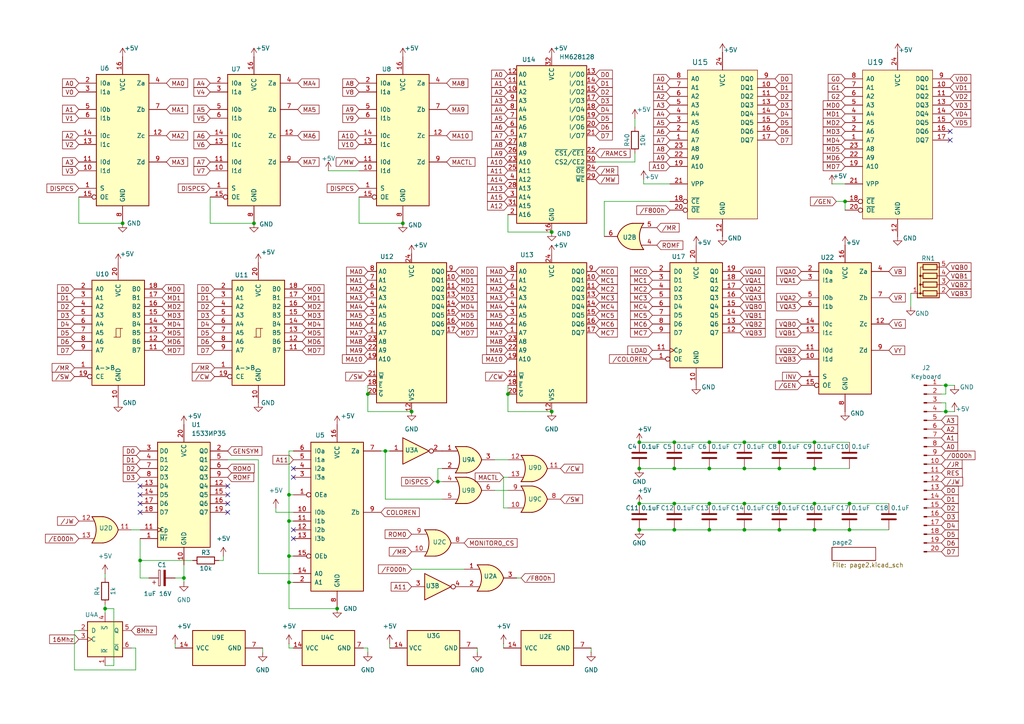
<source format=kicad_sch>
(kicad_sch (version 20231120) (generator "eeschema") (generator_version "8.0")
  (paper "A4")
  (title_block (title "UT88 display board") (date "2025-02-18") (rev "v3.0") (company "Eugene Chertikhin"))
  (junction (at 246.38 153.67))
  (junction (at 185.42 146.05))
  (junction (at 236.22 146.05))
  (junction (at 215.9 153.67))
  (junction (at 205.74 146.05))
  (junction (at 127 139.7))
  (junction (at 226.06 128.27))
  (junction (at 160.02 119.38))
  (junction (at 226.06 146.05))
  (junction (at 160.02 67.31))
  (junction (at 40.64 162.56))
  (junction (at 215.9 135.89))
  (junction (at 83.82 143.51))
  (junction (at 53.34 167.64))
  (junction (at 274.32 119.38))
  (junction (at 195.58 128.27))
  (junction (at 205.74 153.67))
  (junction (at 205.74 135.89))
  (junction (at 83.82 168.91))
  (junction (at 106.68 114.3))
  (junction (at 226.06 135.89))
  (junction (at 83.82 151.13))
  (junction (at 111.76 130.81))
  (junction (at 236.22 153.67))
  (junction (at 245.11 58.42))
  (junction (at 147.32 114.3))
  (junction (at 185.42 135.89))
  (junction (at 274.32 111.76))
  (junction (at 185.42 128.27))
  (junction (at 73.66 64.77))
  (junction (at 215.9 128.27))
  (junction (at 195.58 146.05))
  (junction (at 83.82 161.29))
  (junction (at 35.56 64.77))
  (junction (at 195.58 135.89))
  (junction (at 116.84 64.77))
  (junction (at 205.74 128.27))
  (junction (at 30.48 176.53))
  (junction (at 195.58 153.67))
  (junction (at 226.06 153.67))
  (junction (at 97.79 176.53))
  (junction (at 119.38 119.38))
  (junction (at 215.9 146.05))
  (junction (at 236.22 128.27))
  (junction (at 246.38 146.05))
  (junction (at 185.42 153.67))
  (junction (at 236.22 135.89))
  (no_connect (at 85.09 135.89))
  (no_connect (at 40.64 143.51))
  (no_connect (at 66.04 146.05))
  (no_connect (at 275.59 40.64))
  (no_connect (at 66.04 140.97))
  (no_connect (at 275.59 38.1))
  (no_connect (at 85.09 153.67))
  (no_connect (at 40.64 140.97))
  (no_connect (at 66.04 143.51))
  (no_connect (at 40.64 148.59))
  (no_connect (at 85.09 138.43))
  (no_connect (at 66.04 148.59))
  (no_connect (at 40.64 146.05))
  (no_connect (at 85.09 156.21))
  (wire (pts (xy 30.48 176.53) (xy 30.48 177.8)))
  (wire (pts (xy 50.8 186.69) (xy 50.8 187.96)))
  (wire (pts (xy 185.42 135.89) (xy 195.58 135.89)))
  (wire (pts (xy 147.32 67.31) (xy 160.02 67.31)))
  (wire (pts (xy 246.38 153.67) (xy 257.81 153.67)))
  (wire (pts (xy 245.11 53.34) (xy 241.3 53.34)))
  (wire (pts (xy 128.27 144.78) (xy 111.76 144.78)))
  (wire (pts (xy 60.96 57.15) (xy 60.96 64.77)))
  (wire (pts (xy 106.68 187.96) (xy 106.68 189.23)))
  (wire (pts (xy 143.51 142.24) (xy 147.32 142.24)))
  (wire (pts (xy 215.9 135.89) (xy 226.06 135.89)))
  (wire (pts (xy 83.82 186.69) (xy 83.82 187.96)))
  (wire (pts (xy 119.38 165.1) (xy 134.62 165.1)))
  (wire (pts (xy 226.06 146.05) (xy 236.22 146.05)))
  (wire (pts (xy 226.06 135.89) (xy 236.22 135.89)))
  (wire (pts (xy 110.49 130.81) (xy 111.76 130.81)))
  (wire (pts (xy 40.64 167.64) (xy 43.18 167.64)))
  (wire (pts (xy 146.05 186.69) (xy 146.05 187.96)))
  (wire (pts (xy 236.22 128.27) (xy 246.38 128.27)))
  (wire (pts (xy 83.82 130.81) (xy 83.82 143.51)))
  (wire (pts (xy 273.05 116.84) (xy 274.32 116.84)))
  (wire (pts (xy 138.43 187.96) (xy 138.43 189.23)))
  (wire (pts (xy 22.86 64.77) (xy 35.56 64.77)))
  (wire (pts (xy 147.32 119.38) (xy 160.02 119.38)))
  (wire (pts (xy 194.31 53.34) (xy 186.69 53.34)))
  (wire (pts (xy 273.05 114.3) (xy 274.32 114.3)))
  (wire (pts (xy 128.27 135.89) (xy 127 135.89)))
  (wire (pts (xy 171.45 187.96) (xy 171.45 189.23)))
  (wire (pts (xy 236.22 146.05) (xy 246.38 146.05)))
  (wire (pts (xy 83.82 151.13) (xy 83.82 161.29)))
  (wire (pts (xy 83.82 187.96) (xy 85.09 187.96)))
  (wire (pts (xy 85.09 130.81) (xy 83.82 130.81)))
  (wire (pts (xy 175.26 68.58) (xy 175.26 58.42)))
  (wire (pts (xy 147.32 114.3) (xy 147.32 119.38)))
  (wire (pts (xy 30.48 193.04) (xy 33.02 193.04)))
  (wire (pts (xy 33.02 176.53) (xy 30.48 176.53)))
  (wire (pts (xy 226.06 153.67) (xy 236.22 153.67)))
  (wire (pts (xy 85.09 161.29) (xy 83.82 161.29)))
  (wire (pts (xy 242.57 58.42) (xy 245.11 58.42)))
  (wire (pts (xy 60.96 64.77) (xy 73.66 64.77)))
  (wire (pts (xy 125.73 139.7) (xy 127 139.7)))
  (wire (pts (xy 83.82 168.91) (xy 83.82 176.53)))
  (wire (pts (xy 273.05 119.38) (xy 274.32 119.38)))
  (wire (pts (xy 175.26 58.42) (xy 194.31 58.42)))
  (wire (pts (xy 74.93 166.37) (xy 85.09 166.37)))
  (wire (pts (xy 215.9 153.67) (xy 226.06 153.67)))
  (wire (pts (xy 274.32 114.3) (xy 274.32 111.76)))
  (wire (pts (xy 106.68 111.76) (xy 106.68 114.3)))
  (wire (pts (xy 83.82 168.91) (xy 85.09 168.91)))
  (wire (pts (xy 33.02 193.04) (xy 33.02 176.53)))
  (wire (pts (xy 195.58 128.27) (xy 205.74 128.27)))
  (wire (pts (xy 85.09 143.51) (xy 83.82 143.51)))
  (wire (pts (xy 105.41 187.96) (xy 106.68 187.96)))
  (wire (pts (xy 184.15 34.29) (xy 184.15 36.83)))
  (wire (pts (xy 76.2 187.96) (xy 76.2 189.23)))
  (wire (pts (xy 30.48 175.26) (xy 30.48 176.53)))
  (wire (pts (xy 106.68 114.3) (xy 106.68 119.38)))
  (wire (pts (xy 205.74 128.27) (xy 215.9 128.27)))
  (wire (pts (xy 39.37 187.96) (xy 38.1 187.96)))
  (wire (pts (xy 64.77 162.56) (xy 63.5 162.56)))
  (wire (pts (xy 113.03 186.69) (xy 113.03 187.96)))
  (wire (pts (xy 273.05 111.76) (xy 274.32 111.76)))
  (wire (pts (xy 83.82 176.53) (xy 97.79 176.53)))
  (wire (pts (xy 151.13 167.64) (xy 149.86 167.64)))
  (wire (pts (xy 246.38 146.05) (xy 257.81 146.05)))
  (wire (pts (xy 80.01 148.59) (xy 85.09 148.59)))
  (wire (pts (xy 111.76 130.81) (xy 113.03 130.81)))
  (wire (pts (xy 146.05 147.32) (xy 146.05 138.43)))
  (wire (pts (xy 205.74 146.05) (xy 215.9 146.05)))
  (wire (pts (xy 215.9 146.05) (xy 226.06 146.05)))
  (wire (pts (xy 95.25 49.53) (xy 104.14 49.53)))
  (wire (pts (xy 185.42 153.67) (xy 195.58 153.67)))
  (wire (pts (xy 195.58 135.89) (xy 205.74 135.89)))
  (wire (pts (xy 40.64 162.56) (xy 55.88 162.56)))
  (wire (pts (xy 147.32 147.32) (xy 146.05 147.32)))
  (wire (pts (xy 146.05 138.43) (xy 147.32 138.43)))
  (wire (pts (xy 80.01 147.32) (xy 80.01 148.59)))
  (wire (pts (xy 184.15 44.45) (xy 184.15 46.99)))
  (wire (pts (xy 185.42 128.27) (xy 195.58 128.27)))
  (wire (pts (xy 226.06 128.27) (xy 236.22 128.27)))
  (wire (pts (xy 104.14 57.15) (xy 104.14 64.77)))
  (wire (pts (xy 30.48 166.37) (xy 30.48 167.64)))
  (wire (pts (xy 236.22 135.89) (xy 246.38 135.89)))
  (wire (pts (xy 74.93 133.35) (xy 74.93 166.37)))
  (wire (pts (xy 195.58 146.05) (xy 205.74 146.05)))
  (wire (pts (xy 274.32 111.76) (xy 276.86 111.76)))
  (wire (pts (xy 40.64 167.64) (xy 40.64 162.56)))
  (wire (pts (xy 83.82 161.29) (xy 83.82 168.91)))
  (wire (pts (xy 50.8 167.64) (xy 53.34 167.64)))
  (wire (pts (xy 53.34 163.83) (xy 53.34 167.64)))
  (wire (pts (xy 64.77 161.29) (xy 64.77 162.56)))
  (wire (pts (xy 245.11 58.42) (xy 245.11 60.96)))
  (wire (pts (xy 40.64 156.21) (xy 40.64 162.56)))
  (wire (pts (xy 127 139.7) (xy 128.27 139.7)))
  (wire (pts (xy 147.32 111.76) (xy 147.32 114.3)))
  (wire (pts (xy 172.72 46.99) (xy 184.15 46.99)))
  (wire (pts (xy 185.42 146.05) (xy 195.58 146.05)))
  (wire (pts (xy 215.9 128.27) (xy 226.06 128.27)))
  (wire (pts (xy 38.1 153.67) (xy 40.64 153.67)))
  (wire (pts (xy 66.04 133.35) (xy 74.93 133.35)))
  (wire (pts (xy 21.59 182.88) (xy 21.59 194.31)))
  (wire (pts (xy 147.32 62.23) (xy 147.32 67.31)))
  (wire (pts (xy 205.74 135.89) (xy 215.9 135.89)))
  (wire (pts (xy 104.14 64.77) (xy 116.84 64.77)))
  (wire (pts (xy 236.22 153.67) (xy 246.38 153.67)))
  (wire (pts (xy 106.68 119.38) (xy 119.38 119.38)))
  (wire (pts (xy 111.76 144.78) (xy 111.76 130.81)))
  (wire (pts (xy 274.32 119.38) (xy 276.86 119.38)))
  (wire (pts (xy 127 135.89) (xy 127 139.7)))
  (wire (pts (xy 205.74 153.67) (xy 215.9 153.67)))
  (wire (pts (xy 21.59 194.31) (xy 39.37 194.31)))
  (wire (pts (xy 22.86 57.15) (xy 22.86 64.77)))
  (wire (pts (xy 195.58 153.67) (xy 205.74 153.67)))
  (wire (pts (xy 39.37 194.31) (xy 39.37 187.96)))
  (wire (pts (xy 83.82 143.51) (xy 83.82 151.13)))
  (wire (pts (xy 264.16 85.09) (xy 264.16 88.9)))
  (wire (pts (xy 53.34 167.64) (xy 53.34 168.91)))
  (wire (pts (xy 143.51 133.35) (xy 147.32 133.35)))
  (wire (pts (xy 186.69 53.34) (xy 186.69 52.07)))
  (wire (pts (xy 274.32 116.84) (xy 274.32 119.38)))
  (wire (pts (xy 22.86 182.88) (xy 21.59 182.88)))
  (wire (pts (xy 85.09 151.13) (xy 83.82 151.13)))
  (global_label "MD3" (shape input) (at 46.99 91.44 0) (property "Intersheetrefs" "${INTERSHEET_REFS}" (effects (hide yes))))
  (global_label "D2" (shape input) (at 62.23 88.9 180) (property "Intersheetrefs" "${INTERSHEET_REFS}" (effects (hide yes))))
  (global_label "MA2" (shape input) (at 106.68 83.82 180) (property "Intersheetrefs" "${INTERSHEET_REFS}" (effects (hide yes))))
  (global_label "{slash}JW" (shape input) (at 273.05 139.7 0) (property "Intersheetrefs" "${INTERSHEET_REFS}" (effects (hide yes))))
  (global_label "MD1" (shape input) (at 245.11 33.02 180) (property "Intersheetrefs" "${INTERSHEET_REFS}" (effects (hide yes))))
  (global_label "A11" (shape input) (at 85.09 133.35 180) (property "Intersheetrefs" "${INTERSHEET_REFS}" (effects (hide yes))))
  (global_label "{slash}SW" (shape input) (at 21.59 109.22 180) (property "Intersheetrefs" "${INTERSHEET_REFS}" (effects (hide yes))))
  (global_label "MA10" (shape input) (at 106.68 104.14 180) (property "Intersheetrefs" "${INTERSHEET_REFS}" (effects (hide yes))))
  (global_label "VQB0" (shape input) (at 232.41 93.98 180) (property "Intersheetrefs" "${INTERSHEET_REFS}" (effects (hide yes))))
  (global_label "MC1" (shape input) (at 172.72 81.28 0) (property "Intersheetrefs" "${INTERSHEET_REFS}" (effects (hide yes))))
  (global_label "V10" (shape input) (at 104.14 41.91 180) (property "Intersheetrefs" "${INTERSHEET_REFS}" (effects (hide yes))))
  (global_label "MD5" (shape input) (at 46.99 96.52 0) (property "Intersheetrefs" "${INTERSHEET_REFS}" (effects (hide yes))))
  (global_label "MC2" (shape input) (at 189.23 83.82 180) (property "Intersheetrefs" "${INTERSHEET_REFS}" (effects (hide yes))))
  (global_label "A11" (shape input) (at 119.38 170.18 180) (property "Intersheetrefs" "${INTERSHEET_REFS}" (effects (hide yes))))
  (global_label "MA0" (shape input) (at 147.32 78.74 180) (property "Intersheetrefs" "${INTERSHEET_REFS}" (effects (hide yes))))
  (global_label "A12" (shape input) (at 147.32 59.69 180) (property "Intersheetrefs" "${INTERSHEET_REFS}" (effects (hide yes))))
  (global_label "{slash}CW" (shape input) (at 62.23 109.22 180) (property "Intersheetrefs" "${INTERSHEET_REFS}" (effects (hide yes))))
  (global_label "MD2" (shape input) (at 132.08 83.82 0) (property "Intersheetrefs" "${INTERSHEET_REFS}" (effects (hide yes))))
  (global_label "D1" (shape input) (at 40.64 133.35 180) (property "Intersheetrefs" "${INTERSHEET_REFS}" (effects (hide yes))))
  (global_label "D2" (shape input) (at 172.72 26.67 0) (property "Intersheetrefs" "${INTERSHEET_REFS}" (effects (hide yes))))
  (global_label "MACTL" (shape input) (at 129.54 46.99 0) (property "Intersheetrefs" "${INTERSHEET_REFS}" (effects (hide yes))))
  (global_label "VD0" (shape input) (at 275.59 22.86 0) (property "Intersheetrefs" "${INTERSHEET_REFS}" (effects (hide yes))))
  (global_label "{slash}MR" (shape input) (at 119.38 160.02 180) (property "Intersheetrefs" "${INTERSHEET_REFS}" (effects (hide yes))))
  (global_label "D5" (shape input) (at 21.59 96.52 180) (property "Intersheetrefs" "${INTERSHEET_REFS}" (effects (hide yes))))
  (global_label "{slash}CW" (shape input) (at 147.32 109.22 180) (property "Intersheetrefs" "${INTERSHEET_REFS}" (effects (hide yes))))
  (global_label "D3" (shape input) (at 62.23 91.44 180) (property "Intersheetrefs" "${INTERSHEET_REFS}" (effects (hide yes))))
  (global_label "A9" (shape input) (at 194.31 45.72 180) (property "Intersheetrefs" "${INTERSHEET_REFS}" (effects (hide yes))))
  (global_label "MC6" (shape input) (at 172.72 93.98 0) (property "Intersheetrefs" "${INTERSHEET_REFS}" (effects (hide yes))))
  (global_label "MA6" (shape input) (at 147.32 93.98 180) (property "Intersheetrefs" "${INTERSHEET_REFS}" (effects (hide yes))))
  (global_label "MA1" (shape input) (at 48.26 31.75 0) (property "Intersheetrefs" "${INTERSHEET_REFS}" (effects (hide yes))))
  (global_label "VG" (shape input) (at 257.81 93.98 0) (property "Intersheetrefs" "${INTERSHEET_REFS}" (effects (hide yes))))
  (global_label "D7" (shape input) (at 172.72 39.37 0) (property "Intersheetrefs" "${INTERSHEET_REFS}" (effects (hide yes))))
  (global_label "D3" (shape input) (at 40.64 138.43 180) (property "Intersheetrefs" "${INTERSHEET_REFS}" (effects (hide yes))))
  (global_label "VQA3" (shape input) (at 214.63 86.36 0) (property "Intersheetrefs" "${INTERSHEET_REFS}" (effects (hide yes))))
  (global_label "V3" (shape input) (at 22.86 49.53 180) (property "Intersheetrefs" "${INTERSHEET_REFS}" (effects (hide yes))))
  (global_label "A15" (shape input) (at 147.32 57.15 180) (property "Intersheetrefs" "${INTERSHEET_REFS}" (effects (hide yes))))
  (global_label "D5" (shape input) (at 172.72 34.29 0) (property "Intersheetrefs" "${INTERSHEET_REFS}" (effects (hide yes))))
  (global_label "VQB3" (shape input) (at 274.32 85.09 0) (property "Intersheetrefs" "${INTERSHEET_REFS}" (effects (hide yes))))
  (global_label "MD5" (shape input) (at 87.63 96.52 0) (property "Intersheetrefs" "${INTERSHEET_REFS}" (effects (hide yes))))
  (global_label "{slash}MR" (shape input) (at 190.5 66.04 0) (property "Intersheetrefs" "${INTERSHEET_REFS}" (effects (hide yes))))
  (global_label "A2" (shape input) (at 194.31 27.94 180) (property "Intersheetrefs" "${INTERSHEET_REFS}" (effects (hide yes))))
  (global_label "MA7" (shape input) (at 86.36 46.99 0) (property "Intersheetrefs" "${INTERSHEET_REFS}" (effects (hide yes))))
  (global_label "A7" (shape input) (at 194.31 40.64 180) (property "Intersheetrefs" "${INTERSHEET_REFS}" (effects (hide yes))))
  (global_label "VQB1" (shape input) (at 214.63 91.44 0) (property "Intersheetrefs" "${INTERSHEET_REFS}" (effects (hide yes))))
  (global_label "A9" (shape input) (at 104.14 31.75 180) (property "Intersheetrefs" "${INTERSHEET_REFS}" (effects (hide yes))))
  (global_label "MA4" (shape input) (at 147.32 88.9 180) (property "Intersheetrefs" "${INTERSHEET_REFS}" (effects (hide yes))))
  (global_label "VQA1" (shape input) (at 214.63 81.28 0) (property "Intersheetrefs" "${INTERSHEET_REFS}" (effects (hide yes))))
  (global_label "A3" (shape input) (at 194.31 30.48 180) (property "Intersheetrefs" "${INTERSHEET_REFS}" (effects (hide yes))))
  (global_label "A11" (shape input) (at 147.32 49.53 180) (property "Intersheetrefs" "${INTERSHEET_REFS}" (effects (hide yes))))
  (global_label "A2" (shape input) (at 22.86 39.37 180) (property "Intersheetrefs" "${INTERSHEET_REFS}" (effects (hide yes))))
  (global_label "A5" (shape input) (at 147.32 34.29 180) (property "Intersheetrefs" "${INTERSHEET_REFS}" (effects (hide yes))))
  (global_label "VQB1" (shape input) (at 232.41 96.52 180) (property "Intersheetrefs" "${INTERSHEET_REFS}" (effects (hide yes))))
  (global_label "V6" (shape input) (at 60.96 41.91 180) (property "Intersheetrefs" "${INTERSHEET_REFS}" (effects (hide yes))))
  (global_label "VD2" (shape input) (at 275.59 27.94 0) (property "Intersheetrefs" "${INTERSHEET_REFS}" (effects (hide yes))))
  (global_label "A6" (shape input) (at 194.31 38.1 180) (property "Intersheetrefs" "${INTERSHEET_REFS}" (effects (hide yes))))
  (global_label "MA5" (shape input) (at 106.68 91.44 180) (property "Intersheetrefs" "${INTERSHEET_REFS}" (effects (hide yes))))
  (global_label "D1" (shape input) (at 172.72 24.13 0) (property "Intersheetrefs" "${INTERSHEET_REFS}" (effects (hide yes))))
  (global_label "VD3" (shape input) (at 275.59 30.48 0) (property "Intersheetrefs" "${INTERSHEET_REFS}" (effects (hide yes))))
  (global_label "D2" (shape input) (at 21.59 88.9 180) (property "Intersheetrefs" "${INTERSHEET_REFS}" (effects (hide yes))))
  (global_label "A3" (shape input) (at 147.32 29.21 180) (property "Intersheetrefs" "${INTERSHEET_REFS}" (effects (hide yes))))
  (global_label "MC3" (shape input) (at 172.72 86.36 0) (property "Intersheetrefs" "${INTERSHEET_REFS}" (effects (hide yes))))
  (global_label "MA6" (shape input) (at 106.68 93.98 180) (property "Intersheetrefs" "${INTERSHEET_REFS}" (effects (hide yes))))
  (global_label "VD5" (shape input) (at 275.59 35.56 0) (property "Intersheetrefs" "${INTERSHEET_REFS}" (effects (hide yes))))
  (global_label "V2" (shape input) (at 22.86 41.91 180) (property "Intersheetrefs" "${INTERSHEET_REFS}" (effects (hide yes))))
  (global_label "MD0" (shape input) (at 245.11 30.48 180) (property "Intersheetrefs" "${INTERSHEET_REFS}" (effects (hide yes))))
  (global_label "{slash}SW" (shape input) (at 162.56 144.78 0) (property "Intersheetrefs" "${INTERSHEET_REFS}" (effects (hide yes))))
  (global_label "MD2" (shape input) (at 87.63 88.9 0) (property "Intersheetrefs" "${INTERSHEET_REFS}" (effects (hide yes))))
  (global_label "D1" (shape input) (at 273.05 144.78 0) (property "Intersheetrefs" "${INTERSHEET_REFS}" (effects (hide yes))))
  (global_label "A6" (shape input) (at 147.32 36.83 180) (property "Intersheetrefs" "${INTERSHEET_REFS}" (effects (hide yes))))
  (global_label "MD6" (shape input) (at 87.63 99.06 0) (property "Intersheetrefs" "${INTERSHEET_REFS}" (effects (hide yes))))
  (global_label "MA4" (shape input) (at 86.36 24.13 0) (property "Intersheetrefs" "${INTERSHEET_REFS}" (effects (hide yes))))
  (global_label "A10" (shape input) (at 194.31 48.26 180) (property "Intersheetrefs" "${INTERSHEET_REFS}" (effects (hide yes))))
  (global_label "{slash}COLOREN" (shape input) (at 189.23 104.14 180) (property "Intersheetrefs" "${INTERSHEET_REFS}" (effects (hide yes))))
  (global_label "{slash}F800h" (shape input) (at 151.13 167.64 0) (property "Intersheetrefs" "${INTERSHEET_REFS}" (effects (hide yes))))
  (global_label "D6" (shape input) (at 273.05 157.48 0) (property "Intersheetrefs" "${INTERSHEET_REFS}" (effects (hide yes))))
  (global_label "VR" (shape input) (at 257.81 86.36 0) (property "Intersheetrefs" "${INTERSHEET_REFS}" (effects (hide yes))))
  (global_label "D5" (shape input) (at 224.79 35.56 0) (property "Intersheetrefs" "${INTERSHEET_REFS}" (effects (hide yes))))
  (global_label "MD5" (shape input) (at 132.08 91.44 0) (property "Intersheetrefs" "${INTERSHEET_REFS}" (effects (hide yes))))
  (global_label "MA3" (shape input) (at 147.32 86.36 180) (property "Intersheetrefs" "${INTERSHEET_REFS}" (effects (hide yes))))
  (global_label "MD3" (shape input) (at 132.08 86.36 0) (property "Intersheetrefs" "${INTERSHEET_REFS}" (effects (hide yes))))
  (global_label "A7" (shape input) (at 147.32 39.37 180) (property "Intersheetrefs" "${INTERSHEET_REFS}" (effects (hide yes))))
  (global_label "ROM0" (shape input) (at 66.04 135.89 0) (property "Intersheetrefs" "${INTERSHEET_REFS}" (effects (hide yes))))
  (global_label "ROMF" (shape input) (at 66.04 138.43 0) (property "Intersheetrefs" "${INTERSHEET_REFS}" (effects (hide yes))))
  (global_label "D4" (shape input) (at 224.79 33.02 0) (property "Intersheetrefs" "${INTERSHEET_REFS}" (effects (hide yes))))
  (global_label "MACTL" (shape input) (at 146.05 138.43 180) (property "Intersheetrefs" "${INTERSHEET_REFS}" (effects (hide yes))))
  (global_label "A3" (shape input) (at 273.05 121.92 0) (property "Intersheetrefs" "${INTERSHEET_REFS}" (effects (hide yes))))
  (global_label "MA2" (shape input) (at 147.32 83.82 180) (property "Intersheetrefs" "${INTERSHEET_REFS}" (effects (hide yes))))
  (global_label "VD4" (shape input) (at 275.59 33.02 0) (property "Intersheetrefs" "${INTERSHEET_REFS}" (effects (hide yes))))
  (global_label "MD2" (shape input) (at 46.99 88.9 0) (property "Intersheetrefs" "${INTERSHEET_REFS}" (effects (hide yes))))
  (global_label "V1" (shape input) (at 22.86 34.29 180) (property "Intersheetrefs" "${INTERSHEET_REFS}" (effects (hide yes))))
  (global_label "MD0" (shape input) (at 46.99 83.82 0) (property "Intersheetrefs" "${INTERSHEET_REFS}" (effects (hide yes))))
  (global_label "MD7" (shape input) (at 46.99 101.6 0) (property "Intersheetrefs" "${INTERSHEET_REFS}" (effects (hide yes))))
  (global_label "V4" (shape input) (at 60.96 26.67 180) (property "Intersheetrefs" "${INTERSHEET_REFS}" (effects (hide yes))))
  (global_label "{slash}GEN" (shape input) (at 242.57 58.42 180) (property "Intersheetrefs" "${INTERSHEET_REFS}" (effects (hide yes))))
  (global_label "MA3" (shape input) (at 106.68 86.36 180) (property "Intersheetrefs" "${INTERSHEET_REFS}" (effects (hide yes))))
  (global_label "{slash}MR" (shape input) (at 62.23 106.68 180) (property "Intersheetrefs" "${INTERSHEET_REFS}" (effects (hide yes))))
  (global_label "A14" (shape input) (at 147.32 52.07 180) (property "Intersheetrefs" "${INTERSHEET_REFS}" (effects (hide yes))))
  (global_label "ROM0" (shape input) (at 119.38 154.94 180) (property "Intersheetrefs" "${INTERSHEET_REFS}" (effects (hide yes))))
  (global_label "{slash}MR" (shape input) (at 21.59 106.68 180) (property "Intersheetrefs" "${INTERSHEET_REFS}" (effects (hide yes))))
  (global_label "VQA2" (shape input) (at 232.41 86.36 180) (property "Intersheetrefs" "${INTERSHEET_REFS}" (effects (hide yes))))
  (global_label "MC5" (shape input) (at 172.72 91.44 0) (property "Intersheetrefs" "${INTERSHEET_REFS}" (effects (hide yes))))
  (global_label "G1" (shape input) (at 245.11 25.4 180) (property "Intersheetrefs" "${INTERSHEET_REFS}" (effects (hide yes))))
  (global_label "{slash}SW" (shape input) (at 106.68 109.22 180) (property "Intersheetrefs" "${INTERSHEET_REFS}" (effects (hide yes))))
  (global_label "8Mhz" (shape input) (at 38.1 182.88 0) (property "Intersheetrefs" "${INTERSHEET_REFS}" (effects (hide yes))))
  (global_label "{slash}F800h" (shape input) (at 194.31 60.96 180) (property "Intersheetrefs" "${INTERSHEET_REFS}" (effects (hide yes))))
  (global_label "A10" (shape input) (at 104.14 39.37 180) (property "Intersheetrefs" "${INTERSHEET_REFS}" (effects (hide yes))))
  (global_label "G2" (shape input) (at 245.11 27.94 180) (property "Intersheetrefs" "${INTERSHEET_REFS}" (effects (hide yes))))
  (global_label "MA1" (shape input) (at 147.32 81.28 180) (property "Intersheetrefs" "${INTERSHEET_REFS}" (effects (hide yes))))
  (global_label "MD1" (shape input) (at 87.63 86.36 0) (property "Intersheetrefs" "${INTERSHEET_REFS}" (effects (hide yes))))
  (global_label "D2" (shape input) (at 40.64 135.89 180) (property "Intersheetrefs" "${INTERSHEET_REFS}" (effects (hide yes))))
  (global_label "G0" (shape input) (at 245.11 22.86 180) (property "Intersheetrefs" "${INTERSHEET_REFS}" (effects (hide yes))))
  (global_label "VQB2" (shape input) (at 274.32 82.55 0) (property "Intersheetrefs" "${INTERSHEET_REFS}" (effects (hide yes))))
  (global_label "GENSYM" (shape input) (at 66.04 130.81 0) (property "Intersheetrefs" "${INTERSHEET_REFS}" (effects (hide yes))))
  (global_label "A7" (shape input) (at 60.96 46.99 180) (property "Intersheetrefs" "${INTERSHEET_REFS}" (effects (hide yes))))
  (global_label "A9" (shape input) (at 147.32 44.45 180) (property "Intersheetrefs" "${INTERSHEET_REFS}" (effects (hide yes))))
  (global_label "MA4" (shape input) (at 106.68 88.9 180) (property "Intersheetrefs" "${INTERSHEET_REFS}" (effects (hide yes))))
  (global_label "MC4" (shape input) (at 172.72 88.9 0) (property "Intersheetrefs" "${INTERSHEET_REFS}" (effects (hide yes))))
  (global_label "VQB0" (shape input) (at 214.63 88.9 0) (property "Intersheetrefs" "${INTERSHEET_REFS}" (effects (hide yes))))
  (global_label "VQA0" (shape input) (at 214.63 78.74 0) (property "Intersheetrefs" "${INTERSHEET_REFS}" (effects (hide yes))))
  (global_label "MD1" (shape input) (at 46.99 86.36 0) (property "Intersheetrefs" "${INTERSHEET_REFS}" (effects (hide yes))))
  (global_label "DISPCS" (shape input) (at 22.86 54.61 180) (property "Intersheetrefs" "${INTERSHEET_REFS}" (effects (hide yes))))
  (global_label "LOAD" (shape input) (at 189.23 101.6 180) (property "Intersheetrefs" "${INTERSHEET_REFS}" (effects (hide yes))))
  (global_label "A1" (shape input) (at 22.86 31.75 180) (property "Intersheetrefs" "${INTERSHEET_REFS}" (effects (hide yes))))
  (global_label "VQB3" (shape input) (at 214.63 96.52 0) (property "Intersheetrefs" "${INTERSHEET_REFS}" (effects (hide yes))))
  (global_label "A5" (shape input) (at 194.31 35.56 180) (property "Intersheetrefs" "${INTERSHEET_REFS}" (effects (hide yes))))
  (global_label "A5" (shape input) (at 60.96 31.75 180) (property "Intersheetrefs" "${INTERSHEET_REFS}" (effects (hide yes))))
  (global_label "MD7" (shape input) (at 132.08 96.52 0) (property "Intersheetrefs" "${INTERSHEET_REFS}" (effects (hide yes))))
  (global_label "MD4" (shape input) (at 132.08 88.9 0) (property "Intersheetrefs" "${INTERSHEET_REFS}" (effects (hide yes))))
  (global_label "MD7" (shape input) (at 87.63 101.6 0) (property "Intersheetrefs" "${INTERSHEET_REFS}" (effects (hide yes))))
  (global_label "VB" (shape input) (at 257.81 78.74 0) (property "Intersheetrefs" "${INTERSHEET_REFS}" (effects (hide yes))))
  (global_label "A13" (shape input) (at 147.32 54.61 180) (property "Intersheetrefs" "${INTERSHEET_REFS}" (effects (hide yes))))
  (global_label "MA8" (shape input) (at 147.32 99.06 180) (property "Intersheetrefs" "${INTERSHEET_REFS}" (effects (hide yes))))
  (global_label "MC7" (shape input) (at 189.23 96.52 180) (property "Intersheetrefs" "${INTERSHEET_REFS}" (effects (hide yes))))
  (global_label "D6" (shape input) (at 224.79 38.1 0) (property "Intersheetrefs" "${INTERSHEET_REFS}" (effects (hide yes))))
  (global_label "VQA2" (shape input) (at 214.63 83.82 0) (property "Intersheetrefs" "${INTERSHEET_REFS}" (effects (hide yes))))
  (global_label "MD5" (shape input) (at 245.11 43.18 180) (property "Intersheetrefs" "${INTERSHEET_REFS}" (effects (hide yes))))
  (global_label "A2" (shape input) (at 273.05 124.46 0) (property "Intersheetrefs" "${INTERSHEET_REFS}" (effects (hide yes))))
  (global_label "D7" (shape input) (at 21.59 101.6 180) (property "Intersheetrefs" "${INTERSHEET_REFS}" (effects (hide yes))))
  (global_label "MA6" (shape input) (at 86.36 39.37 0) (property "Intersheetrefs" "${INTERSHEET_REFS}" (effects (hide yes))))
  (global_label "D7" (shape input) (at 224.79 40.64 0) (property "Intersheetrefs" "${INTERSHEET_REFS}" (effects (hide yes))))
  (global_label "D5" (shape input) (at 62.23 96.52 180) (property "Intersheetrefs" "${INTERSHEET_REFS}" (effects (hide yes))))
  (global_label "MA9" (shape input) (at 106.68 101.6 180) (property "Intersheetrefs" "${INTERSHEET_REFS}" (effects (hide yes))))
  (global_label "V5" (shape input) (at 60.96 34.29 180) (property "Intersheetrefs" "${INTERSHEET_REFS}" (effects (hide yes))))
  (global_label "MC0" (shape input) (at 172.72 78.74 0) (property "Intersheetrefs" "${INTERSHEET_REFS}" (effects (hide yes))))
  (global_label "MC1" (shape input) (at 189.23 81.28 180) (property "Intersheetrefs" "${INTERSHEET_REFS}" (effects (hide yes))))
  (global_label "MD4" (shape input) (at 87.63 93.98 0) (property "Intersheetrefs" "${INTERSHEET_REFS}" (effects (hide yes))))
  (global_label "A0" (shape input) (at 273.05 129.54 0) (property "Intersheetrefs" "${INTERSHEET_REFS}" (effects (hide yes))))
  (global_label "MD6" (shape input) (at 132.08 93.98 0) (property "Intersheetrefs" "${INTERSHEET_REFS}" (effects (hide yes))))
  (global_label "{slash}MW" (shape input) (at 104.14 46.99 180) (property "Intersheetrefs" "${INTERSHEET_REFS}" (effects (hide yes))))
  (global_label "D7" (shape input) (at 273.05 160.02 0) (property "Intersheetrefs" "${INTERSHEET_REFS}" (effects (hide yes))))
  (global_label "{slash}CW" (shape input) (at 162.56 135.89 0) (property "Intersheetrefs" "${INTERSHEET_REFS}" (effects (hide yes))))
  (global_label "MD0" (shape input) (at 87.63 83.82 0) (property "Intersheetrefs" "${INTERSHEET_REFS}" (effects (hide yes))))
  (global_label "COLOREN" (shape input) (at 110.49 148.59 0) (property "Intersheetrefs" "${INTERSHEET_REFS}" (effects (hide yes))))
  (global_label "{slash}JW" (shape input) (at 22.86 151.13 180) (property "Intersheetrefs" "${INTERSHEET_REFS}" (effects (hide yes))))
  (global_label "A0" (shape input) (at 194.31 22.86 180) (property "Intersheetrefs" "${INTERSHEET_REFS}" (effects (hide yes))))
  (global_label "D2" (shape input) (at 273.05 147.32 0) (property "Intersheetrefs" "${INTERSHEET_REFS}" (effects (hide yes))))
  (global_label "MA7" (shape input) (at 106.68 96.52 180) (property "Intersheetrefs" "${INTERSHEET_REFS}" (effects (hide yes))))
  (global_label "A0" (shape input) (at 147.32 21.59 180) (property "Intersheetrefs" "${INTERSHEET_REFS}" (effects (hide yes))))
  (global_label "MC3" (shape input) (at 189.23 86.36 180) (property "Intersheetrefs" "${INTERSHEET_REFS}" (effects (hide yes))))
  (global_label "A1" (shape input) (at 147.32 24.13 180) (property "Intersheetrefs" "${INTERSHEET_REFS}" (effects (hide yes))))
  (global_label "MC0" (shape input) (at 189.23 78.74 180) (property "Intersheetrefs" "${INTERSHEET_REFS}" (effects (hide yes))))
  (global_label "A6" (shape input) (at 60.96 39.37 180) (property "Intersheetrefs" "${INTERSHEET_REFS}" (effects (hide yes))))
  (global_label "D3" (shape input) (at 172.72 29.21 0) (property "Intersheetrefs" "${INTERSHEET_REFS}" (effects (hide yes))))
  (global_label "{slash}MW" (shape input) (at 172.72 52.07 0) (property "Intersheetrefs" "${INTERSHEET_REFS}" (effects (hide yes))))
  (global_label "A3" (shape input) (at 22.86 46.99 180) (property "Intersheetrefs" "${INTERSHEET_REFS}" (effects (hide yes))))
  (global_label "A4" (shape input) (at 147.32 31.75 180) (property "Intersheetrefs" "${INTERSHEET_REFS}" (effects (hide yes))))
  (global_label "D4" (shape input) (at 273.05 152.4 0) (property "Intersheetrefs" "${INTERSHEET_REFS}" (effects (hide yes))))
  (global_label "MD4" (shape input) (at 46.99 93.98 0) (property "Intersheetrefs" "${INTERSHEET_REFS}" (effects (hide yes))))
  (global_label "MA9" (shape input) (at 129.54 31.75 0) (property "Intersheetrefs" "${INTERSHEET_REFS}" (effects (hide yes))))
  (global_label "VQB2" (shape input) (at 214.63 93.98 0) (property "Intersheetrefs" "${INTERSHEET_REFS}" (effects (hide yes))))
  (global_label "MA5" (shape input) (at 147.32 91.44 180) (property "Intersheetrefs" "${INTERSHEET_REFS}" (effects (hide yes))))
  (global_label "A10" (shape input) (at 147.32 46.99 180) (property "Intersheetrefs" "${INTERSHEET_REFS}" (effects (hide yes))))
  (global_label "D6" (shape input) (at 21.59 99.06 180) (property "Intersheetrefs" "${INTERSHEET_REFS}" (effects (hide yes))))
  (global_label "D0" (shape input) (at 273.05 142.24 0) (property "Intersheetrefs" "${INTERSHEET_REFS}" (effects (hide yes))))
  (global_label "A1" (shape input) (at 194.31 25.4 180) (property "Intersheetrefs" "${INTERSHEET_REFS}" (effects (hide yes))))
  (global_label "VQB2" (shape input) (at 232.41 101.6 180) (property "Intersheetrefs" "${INTERSHEET_REFS}" (effects (hide yes))))
  (global_label "ROMF" (shape input) (at 190.5 71.12 0) (property "Intersheetrefs" "${INTERSHEET_REFS}" (effects (hide yes))))
  (global_label "A8" (shape input) (at 194.31 43.18 180) (property "Intersheetrefs" "${INTERSHEET_REFS}" (effects (hide yes))))
  (global_label "MA0" (shape input) (at 106.68 78.74 180) (property "Intersheetrefs" "${INTERSHEET_REFS}" (effects (hide yes))))
  (global_label "VQA0" (shape input) (at 232.41 78.74 180) (property "Intersheetrefs" "${INTERSHEET_REFS}" (effects (hide yes))))
  (global_label "MA10" (shape input) (at 147.32 104.14 180) (property "Intersheetrefs" "${INTERSHEET_REFS}" (effects (hide yes))))
  (global_label "VQB1" (shape input) (at 274.32 80.01 0) (property "Intersheetrefs" "${INTERSHEET_REFS}" (effects (hide yes))))
  (global_label "A8" (shape input) (at 104.14 24.13 180) (property "Intersheetrefs" "${INTERSHEET_REFS}" (effects (hide yes))))
  (global_label "D0" (shape input) (at 62.23 83.82 180) (property "Intersheetrefs" "${INTERSHEET_REFS}" (effects (hide yes))))
  (global_label "MD2" (shape input) (at 245.11 35.56 180) (property "Intersheetrefs" "${INTERSHEET_REFS}" (effects (hide yes))))
  (global_label "D1" (shape input) (at 224.79 25.4 0) (property "Intersheetrefs" "${INTERSHEET_REFS}" (effects (hide yes))))
  (global_label "{slash}0000h" (shape input) (at 273.05 132.08 0) (property "Intersheetrefs" "${INTERSHEET_REFS}" (effects (hide yes))))
  (global_label "D5" (shape input) (at 273.05 154.94 0) (property "Intersheetrefs" "${INTERSHEET_REFS}" (effects (hide yes))))
  (global_label "MA1" (shape input) (at 106.68 81.28 180) (property "Intersheetrefs" "${INTERSHEET_REFS}" (effects (hide yes))))
  (global_label "D2" (shape input) (at 224.79 27.94 0) (property "Intersheetrefs" "${INTERSHEET_REFS}" (effects (hide yes))))
  (global_label "V0" (shape input) (at 22.86 26.67 180) (property "Intersheetrefs" "${INTERSHEET_REFS}" (effects (hide yes))))
  (global_label "MD1" (shape input) (at 132.08 81.28 0) (property "Intersheetrefs" "${INTERSHEET_REFS}" (effects (hide yes))))
  (global_label "MA0" (shape input) (at 48.26 24.13 0) (property "Intersheetrefs" "${INTERSHEET_REFS}" (effects (hide yes))))
  (global_label "V8" (shape input) (at 104.14 26.67 180) (property "Intersheetrefs" "${INTERSHEET_REFS}" (effects (hide yes))))
  (global_label "D3" (shape input) (at 224.79 30.48 0) (property "Intersheetrefs" "${INTERSHEET_REFS}" (effects (hide yes))))
  (global_label "{slash}RAMCS" (shape input) (at 172.72 44.45 0) (property "Intersheetrefs" "${INTERSHEET_REFS}" (effects (hide yes))))
  (global_label "D4" (shape input) (at 21.59 93.98 180) (property "Intersheetrefs" "${INTERSHEET_REFS}" (effects (hide yes))))
  (global_label "{slash}JR" (shape input) (at 273.05 134.62 0) (property "Intersheetrefs" "${INTERSHEET_REFS}" (effects (hide yes))))
  (global_label "MA10" (shape input) (at 129.54 39.37 0) (property "Intersheetrefs" "${INTERSHEET_REFS}" (effects (hide yes))))
  (global_label "MA9" (shape input) (at 147.32 101.6 180) (property "Intersheetrefs" "${INTERSHEET_REFS}" (effects (hide yes))))
  (global_label "D4" (shape input) (at 62.23 93.98 180) (property "Intersheetrefs" "${INTERSHEET_REFS}" (effects (hide yes))))
  (global_label "D0" (shape input) (at 40.64 130.81 180) (property "Intersheetrefs" "${INTERSHEET_REFS}" (effects (hide yes))))
  (global_label "V7" (shape input) (at 60.96 49.53 180) (property "Intersheetrefs" "${INTERSHEET_REFS}" (effects (hide yes))))
  (global_label "MD6" (shape input) (at 46.99 99.06 0) (property "Intersheetrefs" "${INTERSHEET_REFS}" (effects (hide yes))))
  (global_label "16Mhz" (shape input) (at 22.86 185.42 180) (property "Intersheetrefs" "${INTERSHEET_REFS}" (effects (hide yes))))
  (global_label "RES" (shape input) (at 273.05 137.16 0) (property "Intersheetrefs" "${INTERSHEET_REFS}" (effects (hide yes))))
  (global_label "DISPCS" (shape input) (at 125.73 139.7 180) (property "Intersheetrefs" "${INTERSHEET_REFS}" (effects (hide yes))))
  (global_label "A4" (shape input) (at 194.31 33.02 180) (property "Intersheetrefs" "${INTERSHEET_REFS}" (effects (hide yes))))
  (global_label "{slash}E000h" (shape input) (at 22.86 156.21 180) (property "Intersheetrefs" "${INTERSHEET_REFS}" (effects (hide yes))))
  (global_label "VQB3" (shape input) (at 232.41 104.14 180) (property "Intersheetrefs" "${INTERSHEET_REFS}" (effects (hide yes))))
  (global_label "MD3" (shape input) (at 245.11 38.1 180) (property "Intersheetrefs" "${INTERSHEET_REFS}" (effects (hide yes))))
  (global_label "VQA1" (shape input) (at 232.41 81.28 180) (property "Intersheetrefs" "${INTERSHEET_REFS}" (effects (hide yes))))
  (global_label "MC2" (shape input) (at 172.72 83.82 0) (property "Intersheetrefs" "${INTERSHEET_REFS}" (effects (hide yes))))
  (global_label "INV" (shape input) (at 232.41 109.22 180) (property "Intersheetrefs" "${INTERSHEET_REFS}" (effects (hide yes))))
  (global_label "MC5" (shape input) (at 189.23 91.44 180) (property "Intersheetrefs" "${INTERSHEET_REFS}" (effects (hide yes))))
  (global_label "MC7" (shape input) (at 172.72 96.52 0) (property "Intersheetrefs" "${INTERSHEET_REFS}" (effects (hide yes))))
  (global_label "MA8" (shape input) (at 106.68 99.06 180) (property "Intersheetrefs" "${INTERSHEET_REFS}" (effects (hide yes))))
  (global_label "MD6" (shape input) (at 245.11 45.72 180) (property "Intersheetrefs" "${INTERSHEET_REFS}" (effects (hide yes))))
  (global_label "DISPCS" (shape input) (at 104.14 54.61 180) (property "Intersheetrefs" "${INTERSHEET_REFS}" (effects (hide yes))))
  (global_label "{slash}GEN" (shape input) (at 232.41 111.76 180) (property "Intersheetrefs" "${INTERSHEET_REFS}" (effects (hide yes))))
  (global_label "A0" (shape input) (at 22.86 24.13 180) (property "Intersheetrefs" "${INTERSHEET_REFS}" (effects (hide yes))))
  (global_label "MD3" (shape input) (at 87.63 91.44 0) (property "Intersheetrefs" "${INTERSHEET_REFS}" (effects (hide yes))))
  (global_label "A1" (shape input) (at 273.05 127 0) (property "Intersheetrefs" "${INTERSHEET_REFS}" (effects (hide yes))))
  (global_label "D1" (shape input) (at 62.23 86.36 180) (property "Intersheetrefs" "${INTERSHEET_REFS}" (effects (hide yes))))
  (global_label "DISPCS" (shape input) (at 60.96 54.61 180) (property "Intersheetrefs" "${INTERSHEET_REFS}" (effects (hide yes))))
  (global_label "D4" (shape input) (at 172.72 31.75 0) (property "Intersheetrefs" "${INTERSHEET_REFS}" (effects (hide yes))))
  (global_label "D7" (shape input) (at 62.23 101.6 180) (property "Intersheetrefs" "${INTERSHEET_REFS}" (effects (hide yes))))
  (global_label "{slash}MR" (shape input) (at 172.72 49.53 0) (property "Intersheetrefs" "${INTERSHEET_REFS}" (effects (hide yes))))
  (global_label "MA2" (shape input) (at 48.26 39.37 0) (property "Intersheetrefs" "${INTERSHEET_REFS}" (effects (hide yes))))
  (global_label "D0" (shape input) (at 172.72 21.59 0) (property "Intersheetrefs" "${INTERSHEET_REFS}" (effects (hide yes))))
  (global_label "MC6" (shape input) (at 189.23 93.98 180) (property "Intersheetrefs" "${INTERSHEET_REFS}" (effects (hide yes))))
  (global_label "D3" (shape input) (at 21.59 91.44 180) (property "Intersheetrefs" "${INTERSHEET_REFS}" (effects (hide yes))))
  (global_label "VQB0" (shape input) (at 274.32 77.47 0) (property "Intersheetrefs" "${INTERSHEET_REFS}" (effects (hide yes))))
  (global_label "D6" (shape input) (at 172.72 36.83 0) (property "Intersheetrefs" "${INTERSHEET_REFS}" (effects (hide yes))))
  (global_label "D0" (shape input) (at 224.79 22.86 0) (property "Intersheetrefs" "${INTERSHEET_REFS}" (effects (hide yes))))
  (global_label "A8" (shape input) (at 147.32 41.91 180) (property "Intersheetrefs" "${INTERSHEET_REFS}" (effects (hide yes))))
  (global_label "A2" (shape input) (at 147.32 26.67 180) (property "Intersheetrefs" "${INTERSHEET_REFS}" (effects (hide yes))))
  (global_label "MD0" (shape input) (at 132.08 78.74 0) (property "Intersheetrefs" "${INTERSHEET_REFS}" (effects (hide yes))))
  (global_label "VQA3" (shape input) (at 232.41 88.9 180) (property "Intersheetrefs" "${INTERSHEET_REFS}" (effects (hide yes))))
  (global_label "MA3" (shape input) (at 48.26 46.99 0) (property "Intersheetrefs" "${INTERSHEET_REFS}" (effects (hide yes))))
  (global_label "D1" (shape input) (at 21.59 86.36 180) (property "Intersheetrefs" "${INTERSHEET_REFS}" (effects (hide yes))))
  (global_label "MA5" (shape input) (at 86.36 31.75 0) (property "Intersheetrefs" "${INTERSHEET_REFS}" (effects (hide yes))))
  (global_label "VD1" (shape input) (at 275.59 25.4 0) (property "Intersheetrefs" "${INTERSHEET_REFS}" (effects (hide yes))))
  (global_label "MD4" (shape input) (at 245.11 40.64 180) (property "Intersheetrefs" "${INTERSHEET_REFS}" (effects (hide yes))))
  (global_label "{slash}F000h" (shape input) (at 119.38 165.1 180) (property "Intersheetrefs" "${INTERSHEET_REFS}" (effects (hide yes))))
  (global_label "V9" (shape input) (at 104.14 34.29 180) (property "Intersheetrefs" "${INTERSHEET_REFS}" (effects (hide yes))))
  (global_label "VY" (shape input) (at 257.81 101.6 0) (property "Intersheetrefs" "${INTERSHEET_REFS}" (effects (hide yes))))
  (global_label "D0" (shape input) (at 21.59 83.82 180) (property "Intersheetrefs" "${INTERSHEET_REFS}" (effects (hide yes))))
  (global_label "MA8" (shape input) (at 129.54 24.13 0) (property "Intersheetrefs" "${INTERSHEET_REFS}" (effects (hide yes))))
  (global_label "MONITOR0_CS" (shape input) (at 134.62 157.48 0) (property "Intersheetrefs" "${INTERSHEET_REFS}" (effects (hide yes))))
  (global_label "MC4" (shape input) (at 189.23 88.9 180) (property "Intersheetrefs" "${INTERSHEET_REFS}" (effects (hide yes))))
  (global_label "A4" (shape input) (at 60.96 24.13 180) (property "Intersheetrefs" "${INTERSHEET_REFS}" (effects (hide yes))))
  (global_label "D6" (shape input) (at 62.23 99.06 180) (property "Intersheetrefs" "${INTERSHEET_REFS}" (effects (hide yes))))
  (global_label "D3" (shape input) (at 273.05 149.86 0) (property "Intersheetrefs" "${INTERSHEET_REFS}" (effects (hide yes))))
  (global_label "MD7" (shape input) (at 245.11 48.26 180) (property "Intersheetrefs" "${INTERSHEET_REFS}" (effects (hide yes))))
  (global_label "MA7" (shape input) (at 147.32 96.52 180) (property "Intersheetrefs" "${INTERSHEET_REFS}" (effects (hide yes))))
  (symbol (lib_id "power:GND") (at 116.84 64.77 0) (unit 1)
    (property "Reference" "#PWR017" (effects (hide yes)))
    (property "Value" "GND" (at 120.396 65.278 0))
    (property "Description" "Power symbol creates a global label with name \"GND\" , ground" (effects (hide yes)))
  )
  (symbol (lib_id "Device:C") (at 185.42 149.86 0) (unit 1)
    (property "Reference" "C11" (at 183.388 147.32 0))
    (property "Value" "0.1uF" (at 188.722 147.32 0))
    (property "Footprint" "Capacitor_THT:C_Axial_L3.8mm_D2.6mm_P7.50mm_Horizontal" (effects (hide yes)))
    (property "Description" "Unpolarized capacitor" (effects (hide yes)))
  )
  (symbol (lib_id "power:GND") (at 185.42 135.89 0) (unit 1)
    (property "Reference" "#PWR070" (effects (hide yes)))
    (property "Value" "GND" (at 185.42 139.7 0))
    (property "Description" "Power symbol creates a global label with name \"GND\" , ground" (effects (hide yes)))
  )
  (symbol (lib_id "Device:C") (at 195.58 149.86 0) (unit 1)
    (property "Reference" "C12" (at 193.548 147.32 0))
    (property "Value" "0.1uF" (at 198.882 147.32 0))
    (property "Footprint" "Capacitor_THT:C_Axial_L3.8mm_D2.6mm_P7.50mm_Horizontal" (effects (hide yes)))
    (property "Description" "Unpolarized capacitor" (effects (hide yes)))
  )
  (symbol (lib_id "Device:C") (at 236.22 132.08 0) (unit 1)
    (property "Reference" "C9" (at 234.188 129.54 0))
    (property "Value" "0.1uF" (at 239.522 129.54 0))
    (property "Footprint" "Capacitor_THT:C_Axial_L3.8mm_D2.6mm_P7.50mm_Horizontal" (effects (hide yes)))
    (property "Description" "Unpolarized capacitor" (effects (hide yes)))
  )
  (symbol (lib_id "User:2716") (at 260.35 41.91 0) (unit 1)
    (property "Reference" "U19" (at 251.46 18.034 0) (effects (font (size 1.524 1.524)) (justify left)))
    (property "Value" "573РФ5" (effects (hide yes)))
    (property "Description" "2Kx8 EPROM" (effects (hide yes)))
    (property "Analogs" "2716" (effects (hide yes)))
  )
  (symbol (lib_id "power:+5V") (at 74.93 76.2 0) (unit 1)
    (property "Reference" "#PWR014" (effects (hide yes)))
    (property "Value" "+5V" (at 77.724 73.152 0))
    (property "Description" "Power symbol creates a global label with name \"+5V\"" (effects (hide yes)))
  )
  (symbol (lib_id "power:+5V") (at 184.15 34.29 0) (unit 1)
    (property "Reference" "#PWR032" (effects (hide yes)))
    (property "Value" "+5V" (at 186.69 31.75 0))
    (property "Description" "Power symbol creates a global label with name \"+5V\"" (effects (hide yes)))
  )
  (symbol (lib_id "74xx:74LS32") (at 135.89 133.35 0) (unit 1)
    (property "Reference" "U9" (at 135.89 133.35 0))
    (property "Value" "155ЛЛ1" (effects (hide yes)))
    (property "Description" "Quad 2-input OR" (effects (hide yes)))
    (property "Analogs" "7432" (effects (hide yes)))
  )
  (symbol (lib_id "power:GND") (at 185.42 153.67 0) (unit 1)
    (property "Reference" "#PWR073" (effects (hide yes)))
    (property "Value" "GND" (at 185.42 157.48 0))
    (property "Description" "Power symbol creates a global label with name \"GND\" , ground" (effects (hide yes)))
  )
  (symbol (lib_id "74xx:74LS04") (at 127 170.18 0) (unit 2)
    (property "Reference" "U3" (at 125.476 169.926 0))
    (property "Value" "155ЛН1" (effects (hide yes)))
    (property "Description" "Hex Inverter" (effects (hide yes)))
    (property "Analogs" "7404" (effects (hide yes)))
  )
  (symbol (lib_id "Connector:Conn_01x20_Pin") (at 267.97 134.62 0) (unit 1)
    (property "Reference" "J2" (at 268.605 106.68 0))
    (property "Value" "Keyboard" (at 268.605 109.22 0))
    (property "Description" "Generic connector, single row, 01x20, script generated" (effects (hide yes)))
  )
  (symbol (lib_id "power:GND") (at 260.35 68.58 0) (unit 1)
    (property "Reference" "#PWR040" (effects (hide yes)))
    (property "Value" "GND" (at 263.906 69.088 0))
    (property "Description" "Power symbol creates a global label with name \"GND\" , ground" (effects (hide yes)))
  )
  (symbol (lib_id "74xx:74LS32") (at 30.48 153.67 0) (unit 4)
    (property "Reference" "U2" (at 30.734 153.162 0))
    (property "Value" "155ЛЛ1" (effects (hide yes)))
    (property "Description" "Quad 2-input OR" (effects (hide yes)))
    (property "Analogs" "7432" (effects (hide yes)))
  )
  (symbol (lib_id "Device:R") (at 184.15 40.64 180) (unit 1)
    (property "Reference" "R40" (at 181.864 40.64 90))
    (property "Value" "10k" (at 186.436 40.64 90))
    (property "Footprint" "Resistor_THT:R_Axial_DIN0204_L3.6mm_D1.6mm_P5.08mm_Horizontal" (effects (hide yes)))
    (property "Description" "Resistor" (effects (hide yes)))
  )
  (symbol (lib_id "power:GND") (at 73.66 64.77 0) (unit 1)
    (property "Reference" "#PWR016" (effects (hide yes)))
    (property "Value" "GND" (at 77.216 65.024 0))
    (property "Description" "Power symbol creates a global label with name \"GND\" , ground" (effects (hide yes)))
  )
  (symbol (lib_id "Device:C") (at 185.42 132.08 0) (unit 1)
    (property "Reference" "C4" (at 183.388 129.54 0))
    (property "Value" "0.1uF" (at 188.722 129.54 0))
    (property "Footprint" "Capacitor_THT:C_Axial_L3.8mm_D2.6mm_P7.50mm_Horizontal" (effects (hide yes)))
    (property "Description" "Unpolarized capacitor" (effects (hide yes)))
  )
  (symbol (lib_id "power:GND") (at 76.2 189.23 0) (unit 1)
    (property "Reference" "#PWR024" (effects (hide yes)))
    (property "Value" "GND" (at 76.2 194.31 0))
    (property "Description" "Power symbol creates a global label with name \"GND\" , ground" (effects (hide yes)))
  )
  (symbol (lib_id "power:GND") (at 34.29 116.84 0) (unit 1)
    (property "Reference" "#PWR011" (effects (hide yes)))
    (property "Value" "GND" (at 37.592 116.84 0))
    (property "Description" "Power symbol creates a global label with name \"GND\" , ground" (effects (hide yes)))
  )
  (symbol (lib_id "power:+5V") (at 209.55 15.24 0) (unit 1)
    (property "Reference" "#PWR033" (effects (hide yes)))
    (property "Value" "+5V" (at 211.836 14.478 0))
    (property "Description" "Power symbol creates a global label with name \"+5V\"" (effects (hide yes)))
  )
  (symbol (lib_id "power:GND") (at 160.02 67.31 0) (unit 1)
    (property "Reference" "#PWR031" (effects (hide yes)))
    (property "Value" "GND" (at 163.576 67.818 0))
    (property "Description" "Power symbol creates a global label with name \"GND\" , ground" (effects (hide yes)))
  )
  (symbol (lib_id "Device:C") (at 226.06 132.08 0) (unit 1)
    (property "Reference" "C8" (at 224.028 129.54 0))
    (property "Value" "0.1uF" (at 229.362 129.54 0))
    (property "Footprint" "Capacitor_THT:C_Axial_L3.8mm_D2.6mm_P7.50mm_Horizontal" (effects (hide yes)))
    (property "Description" "Unpolarized capacitor" (effects (hide yes)))
  )
  (symbol (lib_id "power:GND") (at 35.56 64.77 0) (unit 1)
    (property "Reference" "#PWR015" (effects (hide yes)))
    (property "Value" "GND" (at 38.862 64.77 0))
    (property "Description" "Power symbol creates a global label with name \"GND\" , ground" (effects (hide yes)))
  )
  (symbol (lib_id "power:+5V") (at 185.42 146.05 0) (unit 1)
    (property "Reference" "#PWR072" (effects (hide yes)))
    (property "Value" "+5V" (at 186.944 142.24 0))
    (property "Description" "Power symbol creates a global label with name \"+5V\"" (effects (hide yes)))
  )
  (symbol (lib_id "power:+5V") (at 116.84 16.51 0) (unit 1)
    (property "Reference" "#PWR020" (effects (hide yes)))
    (property "Value" "+5V" (at 119.38 13.97 0))
    (property "Description" "Power symbol creates a global label with name \"+5V\"" (effects (hide yes)))
  )
  (symbol (lib_id "power:GND") (at 119.38 119.38 0) (unit 1)
    (property "Reference" "#PWR027" (effects (hide yes)))
    (property "Value" "GND" (at 119.38 124.46 0))
    (property "Description" "Power symbol creates a global label with name \"GND\" , ground" (effects (hide yes)))
  )
  (symbol (lib_id "Memory_RAM:HM628128D_DIP32_SOP32") (at 160.02 41.91 0) (unit 1)
    (property "Reference" "U14" (at 151.384 17.272 0) (effects (justify left)))
    (property "Value" "HM628128" (at 162.2141 16.51 0) (effects (justify left)))
    (property "Footprint" "Package_DIP:DIP-32_W15.24mm_LongPads" (effects (hide yes)))
    (property "Datasheet" "http://www.futurlec.com/Datasheet/Memory/628128.pdf" (effects (hide yes)))
    (property "Description" "128K-word x 8-bit High-Speed CMOS Static RAM, 55/70ns, 5V supply, DIP-32/SOP-32" (effects (hide yes)))
    (property "Analogs" "HM628128" (effects (hide yes)))
  )
  (symbol (lib_id "Device:C") (at 205.74 149.86 0) (unit 1)
    (property "Reference" "C13" (at 203.708 147.32 0))
    (property "Value" "0.1uF" (at 209.042 147.32 0))
    (property "Footprint" "Capacitor_THT:C_Axial_L3.8mm_D2.6mm_P7.50mm_Horizontal" (effects (hide yes)))
    (property "Description" "Unpolarized capacitor" (effects (hide yes)))
  )
  (symbol (lib_id "74xx:74LS04") (at 120.65 130.81 0) (unit 1)
    (property "Reference" "U3" (at 119.38 130.556 0))
    (property "Value" "155ЛН1" (effects (hide yes)))
    (property "Description" "Hex Inverter" (effects (hide yes)))
    (property "Analogs" "7404" (effects (hide yes)))
  )
  (symbol (lib_id "power:GND") (at 201.93 111.76 0) (unit 1)
    (property "Reference" "#PWR045" (effects (hide yes)))
    (property "Value" "GND" (at 205.486 112.268 0))
    (property "Description" "Power symbol creates a global label with name \"GND\" , ground" (effects (hide yes)))
  )
  (symbol (lib_id "User:2716") (at 209.55 41.91 0) (unit 1)
    (property "Reference" "U15" (at 200.66 18.034 0) (effects (font (size 1.524 1.524)) (justify left)))
    (property "Value" "573РФ5" (effects (hide yes)))
    (property "Description" "2Kx8 EPROM" (effects (hide yes)))
    (property "Analogs" "2716" (effects (hide yes)))
  )
  (symbol (lib_id "power:GND") (at 106.68 189.23 0) (unit 1)
    (property "Reference" "#PWR023" (effects (hide yes)))
    (property "Value" "GND" (at 106.68 194.31 0))
    (property "Description" "Power symbol creates a global label with name \"GND\" , ground" (effects (hide yes)))
  )
  (symbol (lib_id "Device:C") (at 246.38 149.86 0) (unit 1)
    (property "Reference" "C17" (at 244.348 147.32 0))
    (property "Value" "0.1uF" (at 249.682 147.32 0))
    (property "Footprint" "Capacitor_THT:C_Axial_L3.8mm_D2.6mm_P7.50mm_Horizontal" (effects (hide yes)))
    (property "Description" "Unpolarized capacitor" (effects (hide yes)))
  )
  (symbol (lib_id "power:GND") (at 74.93 116.84 0) (unit 1)
    (property "Reference" "#PWR012" (effects (hide yes)))
    (property "Value" "GND" (at 77.724 116.84 0))
    (property "Description" "Power symbol creates a global label with name \"GND\" , ground" (effects (hide yes)))
  )
  (symbol (lib_id "74xx:74LS574") (at 201.93 91.44 0) (unit 1)
    (property "Reference" "U17" (at 194.818 74.422 0) (effects (justify left)))
    (property "Value" "155ИР37" (effects (hide yes)))
    (property "Description" "8-bit Register, 3-state outputs" (effects (hide yes)))
    (property "Analogs" "74574" (effects (hide yes)))
  )
  (symbol (lib_id "Device:C_Polarized") (at 46.99 167.64 90) (unit 1)
    (property "Reference" "C1" (at 46.99 163.83 90))
    (property "Value" "1uF 16V" (at 45.72 172.212 90))
    (property "Footprint" "Capacitor_THT:CP_Axial_L10.0mm_D4.5mm_P15.00mm_Horizontal" (effects (hide yes)))
    (property "Description" "Polarized capacitor" (effects (hide yes)))
  )
  (symbol (lib_id "74xx:74LS245") (at 74.93 96.52 0) (unit 1)
    (property "Reference" "U11" (at 68.072 79.756 0) (effects (justify left)))
    (property "Value" "155АП6" (effects (hide yes)))
    (property "Description" "Octal BUS Transceivers, 3-State outputs" (effects (hide yes)))
    (property "Analogs" "74245" (effects (hide yes)))
  )
  (symbol (lib_id "power:GND") (at 97.79 176.53 0) (unit 1)
    (property "Reference" "#PWR09" (effects (hide yes)))
    (property "Value" "GND" (at 101.6 176.53 0))
    (property "Description" "Power symbol creates a global label with name \"GND\" , ground" (effects (hide yes)))
  )
  (symbol (lib_id "power:GND") (at 53.34 168.91 0) (unit 1)
    (property "Reference" "#PWR02" (effects (hide yes)))
    (property "Value" "GND" (at 53.34 173.99 0))
    (property "Description" "Power symbol creates a global label with name \"GND\" , ground" (effects (hide yes)))
  )
  (symbol (lib_id "power:+5V") (at 119.38 73.66 0) (unit 1)
    (property "Reference" "#PWR026" (effects (hide yes)))
    (property "Value" "+5V" (at 121.92 71.12 0))
    (property "Description" "Power symbol creates a global label with name \"+5V\"" (effects (hide yes)))
  )
  (symbol (lib_id "74xx:74LS04") (at 125.73 187.96 90) (unit 7)
    (property "Reference" "U3" (at 125.73 184.404 90))
    (property "Value" "155ЛН1" (effects (hide yes)))
    (property "Description" "Hex Inverter" (effects (hide yes)))
    (property "Analogs" "7404" (effects (hide yes)))
  )
  (symbol (lib_id "power:+5V") (at 80.01 147.32 0) (unit 1)
    (property "Reference" "#PWR010" (effects (hide yes)))
    (property "Value" "+5V" (at 80.01 142.24 0))
    (property "Description" "Power symbol creates a global label with name \"+5V\"" (effects (hide yes)))
  )
  (symbol (lib_id "Memory_RAM:M48Tx2") (at 160.02 96.52 0) (unit 1)
    (property "Reference" "U13" (at 150.876 73.914 0) (effects (justify left)))
    (property "Value" "537РУ10" (effects (hide yes)))
    (property "Footprint" "Package_DIP:DIP-24_18.0mmx34.29mm_W15.24mm" (effects (hide yes)))
    (property "Description" "CMOS 5.0 V, 16 Kbit (2 Kb x 8)" (effects (hide yes)))
  )
  (symbol (lib_id "Device:R") (at 30.48 171.45 180) (unit 1)
    (property "Reference" "R4" (at 28.194 171.45 90))
    (property "Value" "1k" (at 32.766 171.45 90))
    (property "Footprint" "Resistor_THT:R_Axial_DIN0204_L3.6mm_D1.6mm_P5.08mm_Horizontal" (effects (hide yes)))
    (property "Description" "Resistor" (effects (hide yes)))
  )
  (symbol (lib_id "power:GND") (at 264.16 88.9 0) (unit 1)
    (property "Reference" "#PWR050" (effects (hide yes)))
    (property "Value" "GND" (at 267.462 90.932 0))
    (property "Description" "Power symbol creates a global label with name \"GND\" , ground" (effects (hide yes)))
  )
  (symbol (lib_id "74xx:74LS32") (at 135.89 142.24 0) (unit 2)
    (property "Reference" "U9" (at 135.89 142.24 0))
    (property "Value" "155ЛЛ1" (effects (hide yes)))
    (property "Description" "Quad 2-input OR" (effects (hide yes)))
    (property "Analogs" "7432" (effects (hide yes)))
  )
  (symbol (lib_id "power:+5V") (at 160.02 73.66 0) (unit 1)
    (property "Reference" "#PWR028" (effects (hide yes)))
    (property "Value" "+5V" (at 162.56 71.12 0))
    (property "Description" "Power symbol creates a global label with name \"+5V\"" (effects (hide yes)))
  )
  (symbol (lib_id "74xx:74LS32") (at 63.5 187.96 90) (unit 5)
    (property "Reference" "U9" (at 63.246 184.912 90))
    (property "Value" "155ЛЛ1" (effects (hide yes)))
    (property "Description" "Quad 2-input OR" (effects (hide yes)))
    (property "Analogs" "7432" (effects (hide yes)))
  )
  (symbol (lib_id "power:+5V") (at 241.3 53.34 0) (unit 1)
    (property "Reference" "#PWR041" (effects (hide yes)))
    (property "Value" "+5V" (at 243.586 51.054 0))
    (property "Description" "Power symbol creates a global label with name \"+5V\"" (effects (hide yes)))
  )
  (symbol (lib_id "power:GND") (at 209.55 68.58 0) (unit 1)
    (property "Reference" "#PWR034" (effects (hide yes)))
    (property "Value" "GND" (at 213.106 69.088 0))
    (property "Description" "Power symbol creates a global label with name \"GND\" , ground" (effects (hide yes)))
  )
  (symbol (lib_id "74xx:74LS32") (at 158.75 187.96 90) (unit 5)
    (property "Reference" "U2" (at 158.242 184.658 90))
    (property "Value" "155ЛЛ1" (effects (hide yes)))
    (property "Description" "Quad 2-input OR" (effects (hide yes)))
    (property "Analogs" "7432" (effects (hide yes)))
  )
  (symbol (lib_id "Device:C") (at 215.9 132.08 0) (unit 1)
    (property "Reference" "C7" (at 213.868 129.54 0))
    (property "Value" "0.1uF" (at 219.202 129.54 0))
    (property "Footprint" "Capacitor_THT:C_Axial_L3.8mm_D2.6mm_P7.50mm_Horizontal" (effects (hide yes)))
    (property "Description" "Unpolarized capacitor" (effects (hide yes)))
  )
  (symbol (lib_id "power:+5V") (at 64.77 161.29 0) (unit 1)
    (property "Reference" "#PWR01" (effects (hide yes)))
    (property "Value" "+5V" (at 64.77 156.21 0))
    (property "Description" "Power symbol creates a global label with name \"+5V\"" (effects (hide yes)))
  )
  (symbol (lib_id "74xx:74LS32") (at 127 157.48 0) (unit 3)
    (property "Reference" "U2" (at 127.508 157.226 0))
    (property "Value" "155ЛЛ1" (effects (hide yes)))
    (property "Description" "Quad 2-input OR" (effects (hide yes)))
    (property "Analogs" "7432" (effects (hide yes)))
  )
  (symbol (lib_id "74xx:74LS32") (at 142.24 167.64 0) (unit 1)
    (property "Reference" "U2" (at 142.24 167.132 0))
    (property "Value" "155ЛЛ1" (effects (hide yes)))
    (property "Description" "Quad 2-input OR" (effects (hide yes)))
    (property "Analogs" "7432" (effects (hide yes)))
  )
  (symbol (lib_id "power:+5V") (at 146.05 186.69 0) (unit 1)
    (property "Reference" "#PWR03" (effects (hide yes)))
    (property "Value" "+5V" (at 146.05 181.61 0))
    (property "Description" "Power symbol creates a global label with name \"+5V\"" (effects (hide yes)))
  )
  (symbol (lib_id "74xx:74LS253") (at 97.79 148.59 0) (unit 1)
    (property "Reference" "U5" (at 91.44 126.238 0) (effects (justify left)))
    (property "Value" "155КП12" (effects (hide yes)))
    (property "Description" "Dual Multiplexer 4 to 1, 3-State Outputs" (effects (hide yes)))
    (property "Analogs" "74253" (effects (hide yes)))
  )
  (symbol (lib_id "74xx:74LS32") (at 154.94 135.89 0) (unit 4)
    (property "Reference" "U9" (at 155.194 135.636 0))
    (property "Value" "155ЛЛ1" (effects (hide yes)))
    (property "Description" "Quad 2-input OR" (effects (hide yes)))
    (property "Analogs" "7432" (effects (hide yes)))
  )
  (symbol (lib_id "Device:C") (at 195.58 132.08 0) (unit 1)
    (property "Reference" "C5" (at 193.548 129.54 0))
    (property "Value" "0.1uF" (at 198.882 129.54 0))
    (property "Footprint" "Capacitor_THT:C_Axial_L3.8mm_D2.6mm_P7.50mm_Horizontal" (effects (hide yes)))
    (property "Description" "Unpolarized capacitor" (effects (hide yes)))
  )
  (symbol (lib_id "power:+5V") (at 113.03 186.69 0) (unit 1)
    (property "Reference" "#PWR06" (effects (hide yes)))
    (property "Value" "+5V" (at 113.03 181.61 0))
    (property "Description" "Power symbol creates a global label with name \"+5V\"" (effects (hide yes)))
  )
  (symbol (lib_id "power:+5V") (at 160.02 16.51 0) (unit 1)
    (property "Reference" "#PWR030" (effects (hide yes)))
    (property "Value" "+5V" (at 162.56 13.97 0))
    (property "Description" "Power symbol creates a global label with name \"+5V\"" (effects (hide yes)))
  )
  (symbol (lib_id "power:+5V") (at 53.34 123.19 0) (unit 1)
    (property "Reference" "#PWR097" (effects (hide yes)))
    (property "Value" "+5V" (at 56.388 120.65 0))
    (property "Description" "Power symbol creates a global label with name \"+5V\"" (effects (hide yes)))
  )
  (symbol (lib_id "Memory_RAM:M48Tx2") (at 119.38 96.52 0) (unit 1)
    (property "Reference" "U12" (at 110.236 74.422 0) (effects (justify left)))
    (property "Value" "537РУ10" (effects (hide yes)))
    (property "Footprint" "Package_DIP:DIP-24_18.0mmx34.29mm_W15.24mm" (effects (hide yes)))
    (property "Description" "CMOS 5.0 V, 16 Kbit (2 Kb x 8)" (effects (hide yes)))
  )
  (symbol (lib_id "Device:R_Network04") (at 269.24 80.01 90) (unit 1)
    (property "Reference" "RN1" (at 269.24 74.93 90))
    (property "Value" "10k" (effects (hide yes)))
    (property "Footprint" "Resistor_THT:R_Array_SIP5" (effects (hide yes)))
    (property "Datasheet" "http://www.vishay.com/docs/31509/csc.pdf" (effects (hide yes)))
    (property "Description" "4 resistor network, star topology, bussed resistors, small symbol" (effects (hide yes)))
  )
  (symbol (lib_id "Device:C") (at 215.9 149.86 0) (unit 1)
    (property "Reference" "C14" (at 213.868 147.32 0))
    (property "Value" "0.1uF" (at 219.202 147.32 0))
    (property "Footprint" "Capacitor_THT:C_Axial_L3.8mm_D2.6mm_P7.50mm_Horizontal" (effects (hide yes)))
    (property "Description" "Unpolarized capacitor" (effects (hide yes)))
  )
  (symbol (lib_id "Device:C") (at 226.06 149.86 0) (unit 1)
    (property "Reference" "C15" (at 224.028 147.32 0))
    (property "Value" "0.1uF" (at 229.362 147.32 0))
    (property "Footprint" "Capacitor_THT:C_Axial_L3.8mm_D2.6mm_P7.50mm_Horizontal" (effects (hide yes)))
    (property "Description" "Unpolarized capacitor" (effects (hide yes)))
  )
  (symbol (lib_id "power:+5V") (at 245.11 71.12 0) (unit 1)
    (property "Reference" "#PWR047" (effects (hide yes)))
    (property "Value" "+5V" (at 247.396 70.358 0))
    (property "Description" "Power symbol creates a global label with name \"+5V\"" (effects (hide yes)))
  )
  (symbol (lib_id "74xx:74LS257") (at 245.11 93.98 0) (unit 1)
    (property "Reference" "U22" (at 237.998 74.676 0) (effects (justify left)))
    (property "Value" "155КП11" (effects (hide yes)))
    (property "Description" "Quad 2 to 1 Multiplexer" (effects (hide yes)))
    (property "Analogs" "74257" (effects (hide yes)))
  )
  (symbol (lib_id "Device:C") (at 257.81 149.86 0) (unit 1)
    (property "Reference" "C18" (at 255.778 147.32 0))
    (property "Value" "0.1uF" (at 261.112 147.32 0))
    (property "Footprint" "Capacitor_THT:C_Axial_L3.8mm_D2.6mm_P7.50mm_Horizontal" (effects (hide yes)))
    (property "Description" "Unpolarized capacitor" (effects (hide yes)))
  )
  (symbol (lib_id "74xx:74LS32") (at 154.94 144.78 0) (unit 3)
    (property "Reference" "U9" (at 155.194 144.78 0))
    (property "Value" "155ЛЛ1" (effects (hide yes)))
    (property "Description" "Quad 2-input OR" (effects (hide yes)))
    (property "Analogs" "7432" (effects (hide yes)))
  )
  (symbol (lib_id "Device:C") (at 205.74 132.08 0) (unit 1)
    (property "Reference" "C6" (at 203.708 129.54 0))
    (property "Value" "0.1uF" (at 209.042 129.54 0))
    (property "Footprint" "Capacitor_THT:C_Axial_L3.8mm_D2.6mm_P7.50mm_Horizontal" (effects (hide yes)))
    (property "Description" "Unpolarized capacitor" (effects (hide yes)))
  )
  (symbol (lib_id "power:+5V") (at 260.35 15.24 0) (unit 1)
    (property "Reference" "#PWR039" (effects (hide yes)))
    (property "Value" "+5V" (at 262.636 14.478 0))
    (property "Description" "Power symbol creates a global label with name \"+5V\"" (effects (hide yes)))
  )
  (symbol (lib_id "74xx:74LS74") (at 95.25 187.96 90) (unit 3)
    (property "Reference" "U4" (at 94.996 184.912 90))
    (property "Value" "155ТМ2" (effects (hide yes)))
    (property "Description" "Dual D Flip-flop, Set & Reset" (effects (hide yes)))
    (property "Analogs" "7474" (effects (hide yes)))
  )
  (symbol (lib_id "power:+5V") (at 34.29 76.2 0) (unit 1)
    (property "Reference" "#PWR013" (effects (hide yes)))
    (property "Value" "+5V" (at 36.83 73.66 0))
    (property "Description" "Power symbol creates a global label with name \"+5V\"" (effects (hide yes)))
  )
  (symbol (lib_id "power:+5V") (at 95.25 49.53 0) (unit 1)
    (property "Reference" "#PWR021" (effects (hide yes)))
    (property "Value" "+5V" (at 95.25 45.974 0))
    (property "Description" "Power symbol creates a global label with name \"+5V\"" (effects (hide yes)))
  )
  (symbol (lib_id "Device:R") (at 59.69 162.56 90) (unit 1)
    (property "Reference" "R3" (at 59.69 160.274 90))
    (property "Value" "10k" (at 59.69 164.846 90))
    (property "Footprint" "Resistor_THT:R_Axial_DIN0204_L3.6mm_D1.6mm_P5.08mm_Horizontal" (effects (hide yes)))
    (property "Description" "Resistor" (effects (hide yes)))
  )
  (symbol (lib_id "power:GND") (at 245.11 119.38 0) (unit 1)
    (property "Reference" "#PWR044" (effects (hide yes)))
    (property "Value" "GND" (at 248.666 119.888 0))
    (property "Description" "Power symbol creates a global label with name \"GND\" , ground" (effects (hide yes)))
  )
  (symbol (lib_id "74xx:74LS257") (at 35.56 39.37 0) (unit 1)
    (property "Reference" "U6" (at 28.956 19.812 0) (effects (justify left)))
    (property "Value" "155КП11" (effects (hide yes)))
    (property "Description" "Quad 2 to 1 Multiplexer" (effects (hide yes)))
    (property "Analogs" "74257" (effects (hide yes)))
  )
  (symbol (lib_id "power:+5V") (at 276.86 119.38 0) (unit 1)
    (property "Reference" "#PWR075" (effects (hide yes)))
    (property "Value" "+5V" (at 279.146 118.618 0))
    (property "Description" "Power symbol creates a global label with name \"+5V\"" (effects (hide yes)))
  )
  (symbol (lib_id "power:+5V") (at 73.66 16.51 0) (unit 1)
    (property "Reference" "#PWR019" (effects (hide yes)))
    (property "Value" "+5V" (at 76.2 13.97 0))
    (property "Description" "Power symbol creates a global label with name \"+5V\"" (effects (hide yes)))
  )
  (symbol (lib_id "power:+5V") (at 30.48 166.37 0) (unit 1)
    (property "Reference" "#PWR07" (effects (hide yes)))
    (property "Value" "+5V" (at 30.48 161.29 0))
    (property "Description" "Power symbol creates a global label with name \"+5V\"" (effects (hide yes)))
  )
  (symbol (lib_id "Device:C") (at 236.22 149.86 0) (unit 1)
    (property "Reference" "C16" (at 234.188 147.32 0))
    (property "Value" "0.1uF" (at 239.522 147.32 0))
    (property "Footprint" "Capacitor_THT:C_Axial_L3.8mm_D2.6mm_P7.50mm_Horizontal" (effects (hide yes)))
    (property "Description" "Unpolarized capacitor" (effects (hide yes)))
  )
  (symbol (lib_id "74xx:74LS257") (at 116.84 39.37 0) (unit 1)
    (property "Reference" "U8" (at 110.744 20.066 0) (effects (justify left)))
    (property "Value" "155КП11" (effects (hide yes)))
    (property "Description" "Quad 2 to 1 Multiplexer" (effects (hide yes)))
    (property "Analogs" "74257" (effects (hide yes)))
  )
  (symbol (lib_id "power:+5V") (at 35.56 16.51 0) (unit 1)
    (property "Reference" "#PWR018" (effects (hide yes)))
    (property "Value" "+5V" (at 38.1 13.97 0))
    (property "Description" "Power symbol creates a global label with name \"+5V\"" (effects (hide yes)))
  )
  (symbol (lib_id "74xx:74LS273") (at 53.34 143.51 0) (unit 1)
    (property "Reference" "U1" (at 55.5341 123.19 0) (effects (justify left)))
    (property "Value" "1533ИР35" (at 55.5341 125.73 0) (effects (justify left)))
    (property "Footprint" "Package_DIP:DIP-20_W7.62mm_LongPads" (effects (hide yes)))
    (property "Datasheet" "http://www.ti.com/lit/gpn/sn74LS273" (effects (hide yes)))
    (property "Description" "8-bit D Flip-Flop, reset" (effects (hide yes)))
    (property "Analogs" "74ALS273" (effects (hide yes)))
  )
  (symbol (lib_id "power:+5V") (at 201.93 71.12 0) (unit 1)
    (property "Reference" "#PWR046" (effects (hide yes)))
    (property "Value" "+5V" (at 204.216 70.358 0))
    (property "Description" "Power symbol creates a global label with name \"+5V\"" (effects (hide yes)))
  )
  (symbol (lib_id "power:+5V") (at 50.8 186.69 0) (unit 1)
    (property "Reference" "#PWR025" (effects (hide yes)))
    (property "Value" "+5V" (at 53.34 181.61 0))
    (property "Description" "Power symbol creates a global label with name \"+5V\"" (effects (hide yes)))
  )
  (symbol (lib_id "power:GND") (at 160.02 119.38 0) (unit 1)
    (property "Reference" "#PWR029" (effects (hide yes)))
    (property "Value" "GND" (at 160.02 124.46 0))
    (property "Description" "Power symbol creates a global label with name \"GND\" , ground" (effects (hide yes)))
  )
  (symbol (lib_id "74xx:74LS245") (at 34.29 96.52 0) (unit 1)
    (property "Reference" "U10" (at 27.686 79.502 0) (effects (justify left)))
    (property "Value" "155АП6" (effects (hide yes)))
    (property "Description" "Octal BUS Transceivers, 3-State outputs" (effects (hide yes)))
    (property "Analogs" "74245" (effects (hide yes)))
  )
  (symbol (lib_id "74xx:74LS74") (at 30.48 185.42 0) (unit 1)
    (property "Reference" "U4" (at 24.638 178.308 0) (effects (justify left)))
    (property "Value" "155ТМ2" (effects (hide yes)))
    (property "Description" "Dual D Flip-flop, Set & Reset" (effects (hide yes)))
    (property "Analogs" "7474" (effects (hide yes)))
  )
  (symbol (lib_id "power:+5V") (at 97.79 123.19 0) (unit 1)
    (property "Reference" "#PWR08" (effects (hide yes)))
    (property "Value" "+5V" (at 100.838 120.65 0))
    (property "Description" "Power symbol creates a global label with name \"+5V\"" (effects (hide yes)))
  )
  (symbol (lib_id "74xx:74LS32") (at 182.88 68.58 180) (unit 2)
    (property "Reference" "U2" (at 182.626 68.834 0))
    (property "Value" "155ЛЛ1" (effects (hide yes)))
    (property "Description" "Quad 2-input OR" (effects (hide yes)))
    (property "Analogs" "7432" (effects (hide yes)))
  )
  (symbol (lib_id "Device:C") (at 246.38 132.08 0) (unit 1)
    (property "Reference" "C10" (at 244.348 129.54 0))
    (property "Value" "0.1uF" (at 249.682 129.54 0))
    (property "Footprint" "Capacitor_THT:C_Axial_L3.8mm_D2.6mm_P7.50mm_Horizontal" (effects (hide yes)))
    (property "Description" "Unpolarized capacitor" (effects (hide yes)))
  )
  (symbol (lib_id "power:GND") (at 138.43 189.23 0) (unit 1)
    (property "Reference" "#PWR05" (effects (hide yes)))
    (property "Value" "GND" (at 138.43 194.31 0))
    (property "Description" "Power symbol creates a global label with name \"GND\" , ground" (effects (hide yes)))
  )
  (symbol (lib_id "power:+5V") (at 83.82 186.69 0) (unit 1)
    (property "Reference" "#PWR022" (effects (hide yes)))
    (property "Value" "+5V" (at 83.82 181.61 0))
    (property "Description" "Power symbol creates a global label with name \"+5V\"" (effects (hide yes)))
  )
  (symbol (lib_id "power:GND") (at 276.86 111.76 0) (unit 1)
    (property "Reference" "#PWR074" (effects (hide yes)))
    (property "Value" "GND" (at 280.416 112.268 0))
    (property "Description" "Power symbol creates a global label with name \"GND\" , ground" (effects (hide yes)))
  )
  (symbol (lib_id "power:GND") (at 171.45 189.23 0) (unit 1)
    (property "Reference" "#PWR04" (effects (hide yes)))
    (property "Value" "GND" (at 171.45 194.31 0))
    (property "Description" "Power symbol creates a global label with name \"GND\" , ground" (effects (hide yes)))
  )
  (symbol (lib_id "power:+5V") (at 185.42 128.27 0) (unit 1)
    (property "Reference" "#PWR071" (effects (hide yes)))
    (property "Value" "+5V" (at 186.944 124.46 0))
    (property "Description" "Power symbol creates a global label with name \"+5V\"" (effects (hide yes)))
  )
  (symbol (lib_id "74xx:74LS257") (at 73.66 39.37 0) (unit 1)
    (property "Reference" "U7" (at 67.056 20.066 0) (effects (justify left)))
    (property "Value" "155КП11" (effects (hide yes)))
    (property "Description" "Quad 2 to 1 Multiplexer" (effects (hide yes)))
    (property "Analogs" "74257" (effects (hide yes)))
  )
  (symbol (lib_id "power:+5V") (at 186.69 52.07 0) (unit 1)
    (property "Reference" "#PWR035" (effects (hide yes)))
    (property "Value" "+5V" (at 188.976 51.308 0))
    (property "Description" "Power symbol creates a global label with name \"+5V\"" (effects (hide yes)))
  )
  (sheet (at 241.3 158.75) (size 12.7 3.81) (stroke (width 0.1524))
    (property "Sheetname" "page2" (at 241.3 158.0384 0) (effects (justify left bottom)))
    (property "Sheetfile" "page2.kicad_sch" (at 241.3 163.1446 0) (effects (justify left top)))
  )
)
</source>
